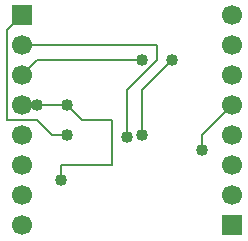
<source format=gbl>
G04 DipTrace 3.1.0.1*
G04 fr2311diptrace.gbl*
%MOIN*%
G04 #@! TF.FileFunction,Copper,L2,Bot*
G04 #@! TF.Part,Single*
G04 #@! TA.AperFunction,Conductor*
%ADD11C,0.006*%
G04 #@! TA.AperFunction,ComponentPad*
%ADD15R,0.066929X0.066929*%
%ADD16C,0.066929*%
G04 #@! TA.AperFunction,ViaPad*
%ADD18C,0.04*%
%FSLAX26Y26*%
G04*
G70*
G90*
G75*
G01*
G04 Bottom*
%LPD*%
X694000Y1044000D2*
D11*
X594000D1*
X675249Y794000D2*
Y844000D1*
X844000D1*
Y994000D1*
X744000D1*
X694000Y1044000D1*
Y944000D2*
X644000D1*
X594000Y994000D1*
X494000D1*
Y1294000D1*
X544000Y1344000D1*
X894000Y937749D2*
Y1094000D1*
X994000Y1194000D1*
Y1244000D1*
X544000D1*
X944000Y944000D2*
Y1094000D1*
X1044000Y1194000D1*
X944000D2*
X594000D1*
X544000Y1144000D1*
X1144000Y894000D2*
Y944000D1*
X1244000Y1044000D1*
D18*
X694000D3*
X594000D3*
X675249Y794000D3*
X694000Y1044000D3*
Y944000D3*
X894000Y937749D3*
X944000Y944000D3*
X1044000Y1194000D3*
X944000D3*
X1144000Y894000D3*
D15*
X544000Y1344000D3*
D16*
Y1244000D3*
Y1144000D3*
Y1044000D3*
Y944000D3*
Y844000D3*
Y744000D3*
Y644000D3*
D15*
X1244000D3*
D16*
Y744000D3*
Y844000D3*
Y944000D3*
Y1044000D3*
Y1144000D3*
Y1244000D3*
Y1344000D3*
M02*

</source>
